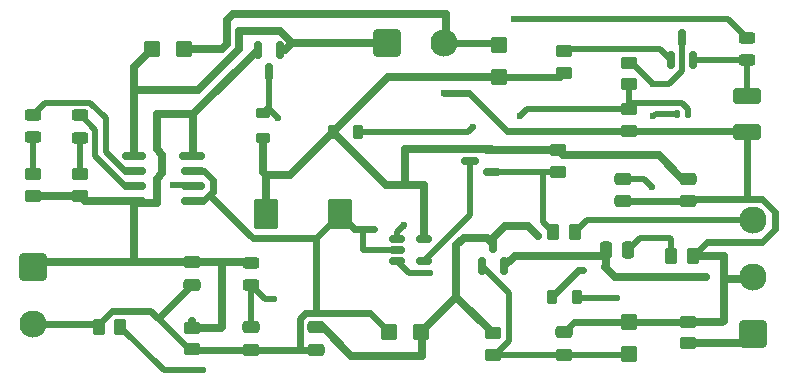
<source format=gbr>
%TF.GenerationSoftware,KiCad,Pcbnew,9.0.2*%
%TF.CreationDate,2025-07-09T13:31:17+03:00*%
%TF.ProjectId,rechargeble_pack,72656368-6172-4676-9562-6c655f706163,rev?*%
%TF.SameCoordinates,Original*%
%TF.FileFunction,Copper,L1,Top*%
%TF.FilePolarity,Positive*%
%FSLAX46Y46*%
G04 Gerber Fmt 4.6, Leading zero omitted, Abs format (unit mm)*
G04 Created by KiCad (PCBNEW 9.0.2) date 2025-07-09 13:31:17*
%MOMM*%
%LPD*%
G01*
G04 APERTURE LIST*
G04 Aperture macros list*
%AMRoundRect*
0 Rectangle with rounded corners*
0 $1 Rounding radius*
0 $2 $3 $4 $5 $6 $7 $8 $9 X,Y pos of 4 corners*
0 Add a 4 corners polygon primitive as box body*
4,1,4,$2,$3,$4,$5,$6,$7,$8,$9,$2,$3,0*
0 Add four circle primitives for the rounded corners*
1,1,$1+$1,$2,$3*
1,1,$1+$1,$4,$5*
1,1,$1+$1,$6,$7*
1,1,$1+$1,$8,$9*
0 Add four rect primitives between the rounded corners*
20,1,$1+$1,$2,$3,$4,$5,0*
20,1,$1+$1,$4,$5,$6,$7,0*
20,1,$1+$1,$6,$7,$8,$9,0*
20,1,$1+$1,$8,$9,$2,$3,0*%
G04 Aperture macros list end*
%TA.AperFunction,SMDPad,CuDef*%
%ADD10RoundRect,0.250000X-0.475000X0.250000X-0.475000X-0.250000X0.475000X-0.250000X0.475000X0.250000X0*%
%TD*%
%TA.AperFunction,ComponentPad*%
%ADD11C,2.300000*%
%TD*%
%TA.AperFunction,ComponentPad*%
%ADD12RoundRect,0.250001X0.899999X-0.899999X0.899999X0.899999X-0.899999X0.899999X-0.899999X-0.899999X0*%
%TD*%
%TA.AperFunction,ComponentPad*%
%ADD13RoundRect,0.250001X-0.899999X-0.899999X0.899999X-0.899999X0.899999X0.899999X-0.899999X0.899999X0*%
%TD*%
%TA.AperFunction,SMDPad,CuDef*%
%ADD14RoundRect,0.250000X-0.457500X-0.445000X0.457500X-0.445000X0.457500X0.445000X-0.457500X0.445000X0*%
%TD*%
%TA.AperFunction,SMDPad,CuDef*%
%ADD15RoundRect,0.140000X-0.140000X-0.170000X0.140000X-0.170000X0.140000X0.170000X-0.140000X0.170000X0*%
%TD*%
%TA.AperFunction,SMDPad,CuDef*%
%ADD16RoundRect,0.250000X-0.945000X0.420000X-0.945000X-0.420000X0.945000X-0.420000X0.945000X0.420000X0*%
%TD*%
%TA.AperFunction,SMDPad,CuDef*%
%ADD17RoundRect,0.250000X-0.450000X0.262500X-0.450000X-0.262500X0.450000X-0.262500X0.450000X0.262500X0*%
%TD*%
%TA.AperFunction,SMDPad,CuDef*%
%ADD18RoundRect,0.150000X0.150000X-0.587500X0.150000X0.587500X-0.150000X0.587500X-0.150000X-0.587500X0*%
%TD*%
%TA.AperFunction,SMDPad,CuDef*%
%ADD19RoundRect,0.250000X-0.262500X-0.450000X0.262500X-0.450000X0.262500X0.450000X-0.262500X0.450000X0*%
%TD*%
%TA.AperFunction,SMDPad,CuDef*%
%ADD20RoundRect,0.218750X-0.218750X-0.381250X0.218750X-0.381250X0.218750X0.381250X-0.218750X0.381250X0*%
%TD*%
%TA.AperFunction,SMDPad,CuDef*%
%ADD21RoundRect,0.250000X0.450000X-0.262500X0.450000X0.262500X-0.450000X0.262500X-0.450000X-0.262500X0*%
%TD*%
%TA.AperFunction,SMDPad,CuDef*%
%ADD22RoundRect,0.250000X0.475000X-0.250000X0.475000X0.250000X-0.475000X0.250000X-0.475000X-0.250000X0*%
%TD*%
%TA.AperFunction,SMDPad,CuDef*%
%ADD23RoundRect,0.243750X-0.456250X0.243750X-0.456250X-0.243750X0.456250X-0.243750X0.456250X0.243750X0*%
%TD*%
%TA.AperFunction,SMDPad,CuDef*%
%ADD24RoundRect,0.250000X-0.250000X-0.475000X0.250000X-0.475000X0.250000X0.475000X-0.250000X0.475000X0*%
%TD*%
%TA.AperFunction,SMDPad,CuDef*%
%ADD25RoundRect,0.150000X0.587500X0.150000X-0.587500X0.150000X-0.587500X-0.150000X0.587500X-0.150000X0*%
%TD*%
%TA.AperFunction,SMDPad,CuDef*%
%ADD26RoundRect,0.218750X-0.381250X0.218750X-0.381250X-0.218750X0.381250X-0.218750X0.381250X0.218750X0*%
%TD*%
%TA.AperFunction,SMDPad,CuDef*%
%ADD27RoundRect,0.243750X0.456250X-0.243750X0.456250X0.243750X-0.456250X0.243750X-0.456250X-0.243750X0*%
%TD*%
%TA.AperFunction,SMDPad,CuDef*%
%ADD28RoundRect,0.150000X-0.150000X0.587500X-0.150000X-0.587500X0.150000X-0.587500X0.150000X0.587500X0*%
%TD*%
%TA.AperFunction,SMDPad,CuDef*%
%ADD29RoundRect,0.250000X0.445000X-0.457500X0.445000X0.457500X-0.445000X0.457500X-0.445000X-0.457500X0*%
%TD*%
%TA.AperFunction,SMDPad,CuDef*%
%ADD30RoundRect,0.250000X0.457500X0.445000X-0.457500X0.445000X-0.457500X-0.445000X0.457500X-0.445000X0*%
%TD*%
%TA.AperFunction,SMDPad,CuDef*%
%ADD31RoundRect,0.150000X-0.512500X-0.150000X0.512500X-0.150000X0.512500X0.150000X-0.512500X0.150000X0*%
%TD*%
%TA.AperFunction,SMDPad,CuDef*%
%ADD32RoundRect,0.250000X-0.785000X-1.045000X0.785000X-1.045000X0.785000X1.045000X-0.785000X1.045000X0*%
%TD*%
%TA.AperFunction,SMDPad,CuDef*%
%ADD33RoundRect,0.218750X0.218750X0.381250X-0.218750X0.381250X-0.218750X-0.381250X0.218750X-0.381250X0*%
%TD*%
%TA.AperFunction,SMDPad,CuDef*%
%ADD34RoundRect,0.150000X0.825000X0.150000X-0.825000X0.150000X-0.825000X-0.150000X0.825000X-0.150000X0*%
%TD*%
%TA.AperFunction,ComponentPad*%
%ADD35RoundRect,0.250001X-0.899999X0.899999X-0.899999X-0.899999X0.899999X-0.899999X0.899999X0.899999X0*%
%TD*%
%TA.AperFunction,SMDPad,CuDef*%
%ADD36RoundRect,0.250000X0.262500X0.450000X-0.262500X0.450000X-0.262500X-0.450000X0.262500X-0.450000X0*%
%TD*%
%TA.AperFunction,ViaPad*%
%ADD37C,0.600000*%
%TD*%
%TA.AperFunction,Conductor*%
%ADD38C,0.700000*%
%TD*%
%TA.AperFunction,Conductor*%
%ADD39C,0.600000*%
%TD*%
%TA.AperFunction,Conductor*%
%ADD40C,0.500000*%
%TD*%
G04 APERTURE END LIST*
D10*
%TO.P,C8,2*%
%TO.N,GND*%
X28500000Y-29450000D03*
%TO.P,C8,1*%
%TO.N,+10V*%
X28500000Y-27550000D03*
%TD*%
D11*
%TO.P,J1,3,Pin_3*%
%TO.N,/OUT_EN*%
X65500000Y-18500000D03*
%TO.P,J1,2,Pin_2*%
%TO.N,GND*%
X65500000Y-23300000D03*
D12*
%TO.P,J1,1,Pin_1*%
%TO.N,+9V*%
X65500000Y-28100000D03*
%TD*%
D13*
%TO.P,J2,1,Pin_1*%
%TO.N,+BATT*%
X34500000Y-3500000D03*
D11*
%TO.P,J2,2,Pin_2*%
%TO.N,GND*%
X39300000Y-3500000D03*
%TD*%
D14*
%TO.P,C13,1*%
%TO.N,+BATT*%
X14647500Y-4000000D03*
%TO.P,C13,2*%
%TO.N,GND*%
X17352500Y-4000000D03*
%TD*%
D15*
%TO.P,C10,1*%
%TO.N,Net-(Q2-C)*%
X59020000Y-9500000D03*
%TO.P,C10,2*%
%TO.N,Net-(U2-FB)*%
X59980000Y-9500000D03*
%TD*%
D16*
%TO.P,C7,1*%
%TO.N,Net-(D1-K)*%
X65000000Y-7960000D03*
%TO.P,C7,2*%
%TO.N,GND*%
X65000000Y-11040000D03*
%TD*%
D17*
%TO.P,R11,1*%
%TO.N,Net-(D3-A)*%
X4500000Y-14587500D03*
%TO.P,R11,2*%
%TO.N,VBUS*%
X4500000Y-16412500D03*
%TD*%
D10*
%TO.P,C9,1*%
%TO.N,Net-(Q2-C)*%
X54500000Y-15000000D03*
%TO.P,C9,2*%
%TO.N,GND*%
X54500000Y-16900000D03*
%TD*%
%TO.P,C11,1*%
%TO.N,VCC*%
X60000000Y-15000000D03*
%TO.P,C11,2*%
%TO.N,GND*%
X60000000Y-16900000D03*
%TD*%
%TO.P,C14,1*%
%TO.N,VBUS*%
X18000000Y-22050000D03*
%TO.P,C14,2*%
%TO.N,GND*%
X18000000Y-23950000D03*
%TD*%
D17*
%TO.P,R1,1*%
%TO.N,+10V*%
X43500000Y-28087500D03*
%TO.P,R1,2*%
%TO.N,Net-(Q6-B)*%
X43500000Y-29912500D03*
%TD*%
D18*
%TO.P,Q6,1,B*%
%TO.N,Net-(Q6-B)*%
X42550000Y-22375000D03*
%TO.P,Q6,2,E*%
%TO.N,+9V*%
X44450000Y-22375000D03*
%TO.P,Q6,3,C*%
%TO.N,+10V*%
X43500000Y-20500000D03*
%TD*%
D19*
%TO.P,R2,1*%
%TO.N,Net-(C4-Pad2)*%
X58587500Y-21500000D03*
%TO.P,R2,2*%
%TO.N,GND*%
X60412500Y-21500000D03*
%TD*%
D17*
%TO.P,R10,1*%
%TO.N,Net-(D4-A)*%
X8500000Y-14587500D03*
%TO.P,R10,2*%
%TO.N,VBUS*%
X8500000Y-16412500D03*
%TD*%
D20*
%TO.P,L1,1,1*%
%TO.N,VCC*%
X29937500Y-11000000D03*
%TO.P,L1,2,2*%
%TO.N,Net-(D1-A)*%
X32062500Y-11000000D03*
%TD*%
D21*
%TO.P,R3,1*%
%TO.N,+9V*%
X60000000Y-28912500D03*
%TO.P,R3,2*%
%TO.N,GND*%
X60000000Y-27087500D03*
%TD*%
D22*
%TO.P,C1,1*%
%TO.N,Net-(Q6-B)*%
X49500000Y-29900000D03*
%TO.P,C1,2*%
%TO.N,GND*%
X49500000Y-28000000D03*
%TD*%
D17*
%TO.P,R9,1*%
%TO.N,VBUS*%
X18000000Y-27587500D03*
%TO.P,R9,2*%
%TO.N,GND*%
X18000000Y-29412500D03*
%TD*%
D23*
%TO.P,D4,1,K*%
%TO.N,Net-(D4-K)*%
X8500000Y-9625000D03*
%TO.P,D4,2,A*%
%TO.N,Net-(D4-A)*%
X8500000Y-11500000D03*
%TD*%
D24*
%TO.P,C4,1*%
%TO.N,+9V*%
X53050000Y-21000000D03*
%TO.P,C4,2*%
%TO.N,Net-(C4-Pad2)*%
X54950000Y-21000000D03*
%TD*%
D25*
%TO.P,Q7,1,B*%
%TO.N,Net-(Q7-B)*%
X43375000Y-14450000D03*
%TO.P,Q7,2,E*%
%TO.N,VCC*%
X43375000Y-12550000D03*
%TO.P,Q7,3,C*%
%TO.N,Net-(Q7-C)*%
X41500000Y-13500000D03*
%TD*%
D26*
%TO.P,L3,1,1*%
%TO.N,Net-(D2-K)*%
X24000000Y-9437500D03*
%TO.P,L3,2,2*%
%TO.N,VCC*%
X24000000Y-11562500D03*
%TD*%
D27*
%TO.P,D2,1,K*%
%TO.N,Net-(D2-K)*%
X23000000Y-24000000D03*
%TO.P,D2,2,A*%
%TO.N,VBUS*%
X23000000Y-22125000D03*
%TD*%
%TO.P,D1,1,K*%
%TO.N,Net-(D1-K)*%
X65000000Y-4937500D03*
%TO.P,D1,2,A*%
%TO.N,Net-(D1-A)*%
X65000000Y-3062500D03*
%TD*%
D28*
%TO.P,Q1,1,D*%
%TO.N,+BATT*%
X25450000Y-4062500D03*
%TO.P,Q1,2,G*%
%TO.N,VBUS*%
X23550000Y-4062500D03*
%TO.P,Q1,3,S*%
%TO.N,Net-(D2-K)*%
X24500000Y-5937500D03*
%TD*%
D29*
%TO.P,C6,1*%
%TO.N,VCC*%
X44000000Y-6352500D03*
%TO.P,C6,2*%
%TO.N,GND*%
X44000000Y-3647500D03*
%TD*%
D30*
%TO.P,C2,1*%
%TO.N,+10V*%
X37352500Y-28000000D03*
%TO.P,C2,2*%
%TO.N,GND*%
X34647500Y-28000000D03*
%TD*%
D19*
%TO.P,R5,1*%
%TO.N,Net-(Q7-B)*%
X48587500Y-19500000D03*
%TO.P,R5,2*%
%TO.N,/OUT_EN*%
X50412500Y-19500000D03*
%TD*%
D17*
%TO.P,R6,1*%
%TO.N,Net-(Q2-B)*%
X49500000Y-4175000D03*
%TO.P,R6,2*%
%TO.N,VCC*%
X49500000Y-6000000D03*
%TD*%
D31*
%TO.P,U2,1,SW*%
%TO.N,Net-(D1-A)*%
X35362500Y-20050000D03*
%TO.P,U2,2,GND*%
%TO.N,GND*%
X35362500Y-21000000D03*
%TO.P,U2,3,FB*%
%TO.N,Net-(U2-FB)*%
X35362500Y-21950000D03*
%TO.P,U2,4,EN*%
%TO.N,Net-(Q7-C)*%
X37637500Y-21950000D03*
%TO.P,U2,5,VIN*%
%TO.N,VCC*%
X37637500Y-20050000D03*
%TD*%
D32*
%TO.P,C5,1*%
%TO.N,VCC*%
X24260000Y-18000000D03*
%TO.P,C5,2*%
%TO.N,GND*%
X30500000Y-18000000D03*
%TD*%
D33*
%TO.P,L2,1,1*%
%TO.N,Net-(Q2-C)*%
X50562500Y-25000000D03*
%TO.P,L2,2,2*%
%TO.N,+10V*%
X48437500Y-25000000D03*
%TD*%
D29*
%TO.P,C3,1*%
%TO.N,Net-(Q6-B)*%
X55000000Y-29852500D03*
%TO.P,C3,2*%
%TO.N,GND*%
X55000000Y-27147500D03*
%TD*%
D17*
%TO.P,R7,1*%
%TO.N,Net-(Q2-C)*%
X55000000Y-5175000D03*
%TO.P,R7,2*%
%TO.N,Net-(U2-FB)*%
X55000000Y-7000000D03*
%TD*%
D34*
%TO.P,U1,1,TEMP*%
%TO.N,GND*%
X18070000Y-16880000D03*
%TO.P,U1,2,PROG*%
%TO.N,Net-(U1-PROG)*%
X18070000Y-15610000D03*
%TO.P,U1,3,GND*%
%TO.N,GND*%
X18070000Y-14340000D03*
%TO.P,U1,4,V_{CC}*%
%TO.N,VBUS*%
X18070000Y-13070000D03*
%TO.P,U1,5,BAT*%
%TO.N,+BATT*%
X13120000Y-13070000D03*
%TO.P,U1,6,~{STDBY}*%
%TO.N,Net-(D3-K)*%
X13120000Y-14340000D03*
%TO.P,U1,7,~{CHRG}*%
%TO.N,Net-(D4-K)*%
X13120000Y-15610000D03*
%TO.P,U1,8,CE*%
%TO.N,VBUS*%
X13120000Y-16880000D03*
%TD*%
D18*
%TO.P,Q2,1,B*%
%TO.N,Net-(Q2-B)*%
X58550000Y-4937500D03*
%TO.P,Q2,2,E*%
%TO.N,Net-(D1-K)*%
X60450000Y-4937500D03*
%TO.P,Q2,3,C*%
%TO.N,Net-(Q2-C)*%
X59500000Y-3062500D03*
%TD*%
D17*
%TO.P,R8,1*%
%TO.N,Net-(U2-FB)*%
X55000000Y-9087500D03*
%TO.P,R8,2*%
%TO.N,GND*%
X55000000Y-10912500D03*
%TD*%
D35*
%TO.P,J3,1,Pin_1*%
%TO.N,VBUS*%
X4500000Y-22500000D03*
D11*
%TO.P,J3,2,Pin_2*%
%TO.N,GND*%
X4500000Y-27300000D03*
%TD*%
D17*
%TO.P,R4,1*%
%TO.N,VCC*%
X49000000Y-12587500D03*
%TO.P,R4,2*%
%TO.N,Net-(Q7-B)*%
X49000000Y-14412500D03*
%TD*%
D10*
%TO.P,C12,1*%
%TO.N,Net-(D2-K)*%
X23000000Y-27550000D03*
%TO.P,C12,2*%
%TO.N,GND*%
X23000000Y-29450000D03*
%TD*%
D36*
%TO.P,Rref1,1*%
%TO.N,Net-(U1-PROG)*%
X11912500Y-27500000D03*
%TO.P,Rref1,2*%
%TO.N,GND*%
X10087500Y-27500000D03*
%TD*%
D23*
%TO.P,D3,1,K*%
%TO.N,Net-(D3-K)*%
X4500000Y-9562500D03*
%TO.P,D3,2,A*%
%TO.N,Net-(D3-A)*%
X4500000Y-11437500D03*
%TD*%
D37*
%TO.N,Net-(U1-PROG)*%
X18912500Y-31208000D03*
X16413000Y-15513200D03*
%TO.N,Net-(D1-A)*%
X41804400Y-10563900D03*
X35987200Y-18889300D03*
X45237500Y-1441000D03*
%TO.N,Net-(D2-K)*%
X25291300Y-9849200D03*
X24963000Y-25168000D03*
%TO.N,Net-(U2-FB)*%
X38112800Y-22966100D03*
X45732800Y-9715000D03*
%TO.N,Net-(Q2-C)*%
X56937500Y-15681600D03*
X57050500Y-9715000D03*
X54012500Y-25060300D03*
X57050500Y-6938700D03*
%TO.N,+9V*%
X61545300Y-23332600D03*
%TO.N,+10V*%
X51087500Y-22740800D03*
X47326800Y-19843900D03*
%TO.N,GND*%
X33387200Y-19217700D03*
X39300000Y-7735000D03*
%TD*%
D38*
%TO.N,GND*%
X63000000Y-23500000D02*
X63000000Y-21500000D01*
D39*
X65300000Y-23500000D02*
X65500000Y-23300000D01*
D38*
X63000000Y-23500000D02*
X65300000Y-23500000D01*
X60000000Y-27087500D02*
X62912500Y-27087500D01*
D39*
X62912500Y-27087500D02*
X63000000Y-27000000D01*
D38*
X63000000Y-27000000D02*
X63000000Y-23500000D01*
X63000000Y-21500000D02*
X60412500Y-21500000D01*
%TO.N,+10V*%
X40382500Y-24970000D02*
X40382500Y-20617500D01*
X40382500Y-20617500D02*
X41000000Y-20000000D01*
X43000000Y-20000000D02*
X43500000Y-20500000D01*
X41000000Y-20000000D02*
X43000000Y-20000000D01*
X43500000Y-20500000D02*
X43500000Y-20000000D01*
X43500000Y-20000000D02*
X44500000Y-19000000D01*
X44500000Y-19000000D02*
X46482900Y-19000000D01*
X46482900Y-19000000D02*
X47326800Y-19843900D01*
X29050000Y-27550000D02*
X31500000Y-30000000D01*
X31500000Y-30000000D02*
X37500000Y-30000000D01*
X37500000Y-30000000D02*
X37500000Y-28147500D01*
X37500000Y-28147500D02*
X37352500Y-28000000D01*
D40*
X28500000Y-27550000D02*
X29050000Y-27550000D01*
%TO.N,Net-(C4-Pad2)*%
X58587500Y-20087500D02*
X58500000Y-20000000D01*
X58587500Y-21500000D02*
X58587500Y-20087500D01*
X58500000Y-20000000D02*
X55950000Y-20000000D01*
X55950000Y-20000000D02*
X54950000Y-21000000D01*
D38*
%TO.N,+9V*%
X61497000Y-23332600D02*
X53832600Y-23332600D01*
X53000000Y-22500000D02*
X53050000Y-22450000D01*
X53832600Y-23332600D02*
X53000000Y-22500000D01*
X53050000Y-22450000D02*
X53050000Y-21000000D01*
X45325000Y-21500000D02*
X52550000Y-21500000D01*
D39*
X52550000Y-21500000D02*
X53050000Y-21000000D01*
D38*
%TO.N,VCC*%
X36000000Y-12500000D02*
X43325000Y-12500000D01*
X43325000Y-12500000D02*
X43375000Y-12550000D01*
X36000000Y-15490400D02*
X36000000Y-12500000D01*
X36000000Y-15490400D02*
X34427900Y-15490400D01*
D40*
X60000000Y-15000000D02*
X59500000Y-15000000D01*
D38*
X59500000Y-15000000D02*
X57500000Y-13000000D01*
X57500000Y-13000000D02*
X49412500Y-13000000D01*
D40*
X49412500Y-13000000D02*
X49000000Y-12587500D01*
D38*
%TO.N,GND*%
X17352500Y-4000000D02*
X20500000Y-4000000D01*
X20950000Y-1550000D02*
X21500000Y-1000000D01*
X20500000Y-4000000D02*
X20950000Y-3550000D01*
X20950000Y-3550000D02*
X20950000Y-1550000D01*
X21500000Y-1000000D02*
X39500000Y-1000000D01*
X39500000Y-3300000D02*
X39300000Y-3500000D01*
X39500000Y-1000000D02*
X39500000Y-3300000D01*
%TO.N,+BATT*%
X13120000Y-7500000D02*
X18500000Y-7500000D01*
X22000000Y-4000000D02*
X22000000Y-2500000D01*
X25449800Y-2500000D02*
X26449800Y-3500000D01*
X18500000Y-7500000D02*
X22000000Y-4000000D01*
X22000000Y-2500000D02*
X25449800Y-2500000D01*
X13120000Y-7500000D02*
X13120000Y-5527500D01*
%TO.N,VBUS*%
X18070000Y-9542500D02*
X18027500Y-9500000D01*
X18027500Y-9500000D02*
X15000000Y-9500000D01*
X15500000Y-14500000D02*
X15000000Y-15000000D01*
X15000000Y-9500000D02*
X15000000Y-12500000D01*
X15000000Y-12500000D02*
X15500000Y-13000000D01*
X15500000Y-13000000D02*
X15500000Y-14500000D01*
X15000000Y-15000000D02*
X15000000Y-17000000D01*
X15000000Y-17000000D02*
X13240000Y-17000000D01*
X13240000Y-17000000D02*
X13120000Y-16880000D01*
X20412500Y-27587500D02*
X20500000Y-27500000D01*
X20500000Y-27500000D02*
X20500000Y-22050000D01*
X18000000Y-27587500D02*
X20412500Y-27587500D01*
X20500000Y-22050000D02*
X18000000Y-22050000D01*
D40*
%TO.N,GND*%
X35362500Y-21000000D02*
X32500000Y-21000000D01*
D39*
X33387200Y-19217700D02*
X32500000Y-19217700D01*
D40*
X32500000Y-21000000D02*
X32500000Y-19217700D01*
D38*
%TO.N,VBUS*%
X18000000Y-22050000D02*
X13120000Y-22050000D01*
X13120000Y-22050000D02*
X13120000Y-16880000D01*
X13120000Y-22050000D02*
X4950000Y-22050000D01*
X22925000Y-22050000D02*
X20500000Y-22050000D01*
D40*
%TO.N,Net-(U1-PROG)*%
X15620500Y-31208000D02*
X18912500Y-31208000D01*
X11912500Y-27500000D02*
X15620500Y-31208000D01*
X17973200Y-15513200D02*
X18070000Y-15610000D01*
X16413000Y-15513200D02*
X17973200Y-15513200D01*
%TO.N,Net-(Q7-C)*%
X41500000Y-18087500D02*
X41500000Y-13500000D01*
X37637500Y-21950000D02*
X41500000Y-18087500D01*
%TO.N,Net-(Q7-B)*%
X47696100Y-14450000D02*
X43375000Y-14450000D01*
X47733600Y-14412500D02*
X47696100Y-14450000D01*
X49000000Y-14412500D02*
X47733600Y-14412500D01*
X47696100Y-18608600D02*
X48587500Y-19500000D01*
X47696100Y-14450000D02*
X47696100Y-18608600D01*
%TO.N,Net-(Q2-B)*%
X49648400Y-4026600D02*
X49500000Y-4175000D01*
X57639100Y-4026600D02*
X49648400Y-4026600D01*
X58550000Y-4937500D02*
X57639100Y-4026600D01*
%TO.N,/OUT_EN*%
X51412500Y-18500000D02*
X50412500Y-19500000D01*
X65500000Y-18500000D02*
X51412500Y-18500000D01*
%TO.N,Net-(D4-A)*%
X8500000Y-11500000D02*
X8500000Y-14587500D01*
%TO.N,Net-(D4-K)*%
X8595500Y-9625000D02*
X8500000Y-9625000D01*
X9821800Y-10851300D02*
X8595500Y-9625000D01*
X9821800Y-13082900D02*
X9821800Y-10851300D01*
X12348900Y-15610000D02*
X9821800Y-13082900D01*
X13120000Y-15610000D02*
X12348900Y-15610000D01*
%TO.N,Net-(D3-K)*%
X5530300Y-8532200D02*
X4500000Y-9562500D01*
X9374600Y-8532200D02*
X5530300Y-8532200D01*
X10692600Y-9850200D02*
X9374600Y-8532200D01*
X10692600Y-12684400D02*
X10692600Y-9850200D01*
X12348200Y-14340000D02*
X10692600Y-12684400D01*
X13120000Y-14340000D02*
X12348200Y-14340000D01*
%TO.N,Net-(D3-A)*%
X4500000Y-11437500D02*
X4500000Y-14587500D01*
%TO.N,Net-(D1-A)*%
X41368300Y-11000000D02*
X41804400Y-10563900D01*
X32062500Y-11000000D02*
X41368300Y-11000000D01*
X35362500Y-19514000D02*
X35362500Y-20050000D01*
X35987200Y-18889300D02*
X35362500Y-19514000D01*
X63378500Y-1441000D02*
X45237500Y-1441000D01*
X65000000Y-3062500D02*
X63378500Y-1441000D01*
X35987200Y-18889300D02*
X35831000Y-19045500D01*
X35831000Y-19045500D02*
X35987200Y-18889300D01*
D38*
%TO.N,VBUS*%
X22888300Y-22125000D02*
X23000000Y-22125000D01*
X18000000Y-27587500D02*
X18000000Y-27013300D01*
X8500000Y-16412500D02*
X4500000Y-16412500D01*
X23000000Y-22125000D02*
X22925000Y-22050000D01*
X8967500Y-16880000D02*
X8500000Y-16412500D01*
X13120000Y-16880000D02*
X8967500Y-16880000D01*
X18070000Y-9542500D02*
X18070000Y-13070000D01*
X23550000Y-4062500D02*
X18070000Y-9542500D01*
X18070000Y-13070000D02*
X17220000Y-13070000D01*
X4950000Y-22050000D02*
X4500000Y-22500000D01*
%TO.N,+BATT*%
X13120000Y-5527500D02*
X14647500Y-4000000D01*
X13120000Y-13070000D02*
X13120000Y-7500000D01*
X34500000Y-3500000D02*
X26449800Y-3500000D01*
X25887300Y-4062500D02*
X26449800Y-3500000D01*
X25450000Y-4062500D02*
X25887300Y-4062500D01*
D40*
%TO.N,Net-(D2-K)*%
X23000000Y-27550000D02*
X23000000Y-24000000D01*
X24168000Y-25168000D02*
X23000000Y-24000000D01*
X24963000Y-25168000D02*
X24168000Y-25168000D01*
X24439800Y-8997700D02*
X25291300Y-9849200D01*
X24000000Y-9437500D02*
X24439800Y-8997700D01*
X24500000Y-8937500D02*
X24500000Y-5937500D01*
X24439800Y-8997700D02*
X24500000Y-8937500D01*
%TO.N,Net-(U2-FB)*%
X59980000Y-9063800D02*
X59980000Y-9500000D01*
X59467200Y-8551000D02*
X59980000Y-9063800D01*
X55000000Y-8551000D02*
X59467200Y-8551000D01*
X55000000Y-8551000D02*
X55000000Y-7000000D01*
X55000000Y-9087500D02*
X55000000Y-8551000D01*
X36378600Y-22966100D02*
X38112800Y-22966100D01*
X35362500Y-21950000D02*
X36378600Y-22966100D01*
X46360300Y-9087500D02*
X55000000Y-9087500D01*
X45732800Y-9715000D02*
X46360300Y-9087500D01*
X45732800Y-9715000D02*
X46360300Y-9087500D01*
X46360300Y-9087500D02*
X45732800Y-9715000D01*
%TO.N,Net-(Q2-C)*%
X56255900Y-15000000D02*
X56937500Y-15681600D01*
X54500000Y-15000000D02*
X56255900Y-15000000D01*
X57265500Y-9500000D02*
X59020000Y-9500000D01*
X57050500Y-9715000D02*
X57265500Y-9500000D01*
X50622800Y-25060300D02*
X54012500Y-25060300D01*
X50562500Y-25000000D02*
X50622800Y-25060300D01*
X58396900Y-6938700D02*
X57050500Y-6938700D01*
X59500000Y-5835600D02*
X58396900Y-6938700D01*
X59500000Y-3062500D02*
X59500000Y-5835600D01*
X55286800Y-5175000D02*
X55000000Y-5175000D01*
X57050500Y-6938700D02*
X55286800Y-5175000D01*
%TO.N,Net-(D1-K)*%
X65000000Y-4937500D02*
X60450000Y-4937500D01*
X65000000Y-7960000D02*
X65000000Y-4937500D01*
D39*
%TO.N,VCC*%
X49147500Y-6352500D02*
X49500000Y-6000000D01*
X44000000Y-6352500D02*
X49147500Y-6352500D01*
D38*
X24260000Y-18000000D02*
X24260000Y-14651200D01*
D39*
X24000000Y-14391200D02*
X24260000Y-14651200D01*
D38*
X24000000Y-11562500D02*
X24000000Y-14391200D01*
X34585000Y-6352500D02*
X44000000Y-6352500D01*
X29937500Y-11000000D02*
X34585000Y-6352500D01*
X48962500Y-12550000D02*
X43375000Y-12550000D01*
D39*
X49000000Y-12587500D02*
X48962500Y-12550000D01*
D38*
X26286300Y-14651200D02*
X29937500Y-11000000D01*
X24260000Y-14651200D02*
X26286300Y-14651200D01*
X37637500Y-20050000D02*
X37637500Y-15490400D01*
D39*
X43290100Y-12465100D02*
X43375000Y-12550000D01*
D38*
X34427900Y-15490400D02*
X29937500Y-11000000D01*
X37637500Y-15490400D02*
X36000000Y-15490400D01*
D39*
%TO.N,+9V*%
X64687500Y-28912500D02*
X65500000Y-28100000D01*
D38*
X60000000Y-28912500D02*
X64687500Y-28912500D01*
X45325000Y-21500000D02*
X44450000Y-22375000D01*
%TO.N,+10V*%
X40382500Y-24970000D02*
X37352500Y-28000000D01*
X40382500Y-24970000D02*
X43500000Y-28087500D01*
D39*
X50696700Y-22740800D02*
X51087500Y-22740800D01*
X48437500Y-25000000D02*
X50696700Y-22740800D01*
X51087500Y-22740800D02*
X50696700Y-22740800D01*
X50696700Y-22740800D02*
X51087500Y-22740800D01*
D40*
%TO.N,Net-(Q6-B)*%
X54952500Y-29900000D02*
X55000000Y-29852500D01*
X49500000Y-29900000D02*
X54952500Y-29900000D01*
X43685500Y-29900000D02*
X43512500Y-29900000D01*
X44820100Y-28765400D02*
X43685500Y-29900000D01*
X44820100Y-24645100D02*
X44820100Y-28765400D01*
X42550000Y-22375000D02*
X44820100Y-24645100D01*
X43500000Y-29912500D02*
X43512500Y-29900000D01*
X43512500Y-29900000D02*
X49500000Y-29900000D01*
D39*
%TO.N,GND*%
X18037500Y-29450000D02*
X18000000Y-29412500D01*
X23000000Y-29450000D02*
X18037500Y-29450000D01*
X10087500Y-27300000D02*
X4500000Y-27300000D01*
X10087500Y-27300000D02*
X10087500Y-27500000D01*
X43852500Y-3500000D02*
X44000000Y-3647500D01*
X39300000Y-3500000D02*
X43852500Y-3500000D01*
X50352500Y-27147500D02*
X55000000Y-27147500D01*
X49500000Y-28000000D02*
X50352500Y-27147500D01*
X54500000Y-16900000D02*
X60000000Y-16900000D01*
X60201700Y-16698300D02*
X65000000Y-16698300D01*
X60000000Y-16900000D02*
X60201700Y-16698300D01*
X65000000Y-16698300D02*
X65000000Y-11040000D01*
X61587300Y-20325200D02*
X60412500Y-21500000D01*
X66237600Y-20325200D02*
X61587300Y-20325200D01*
X67339700Y-19223100D02*
X66237600Y-20325200D01*
X67339700Y-17772600D02*
X67339700Y-19223100D01*
X66265400Y-16698300D02*
X67339700Y-17772600D01*
X65000000Y-16698300D02*
X66265400Y-16698300D01*
X11243800Y-26143700D02*
X10087500Y-27300000D01*
X14479200Y-26143700D02*
X11243800Y-26143700D01*
X15142800Y-26807200D02*
X14479200Y-26143700D01*
X18000000Y-23950000D02*
X15142800Y-26807200D01*
X17748000Y-29412500D02*
X18000000Y-29412500D01*
X15142800Y-26807200D02*
X17748000Y-29412500D01*
X18932600Y-16880000D02*
X19462200Y-16350400D01*
X18070000Y-16880000D02*
X18932600Y-16880000D01*
X31717700Y-19217700D02*
X30500000Y-18000000D01*
X32500000Y-19217700D02*
X31717700Y-19217700D01*
X19000000Y-14340000D02*
X18070000Y-14340000D01*
X19737600Y-15077600D02*
X19000000Y-14340000D01*
X19737600Y-16075000D02*
X19737600Y-15077600D01*
X19462200Y-16350400D02*
X19737600Y-16075000D01*
X28500000Y-29450000D02*
X27113300Y-29450000D01*
X27113300Y-29450000D02*
X23000000Y-29450000D01*
X23120700Y-20008900D02*
X28491100Y-20008900D01*
X19462200Y-16350400D02*
X23120700Y-20008900D01*
X33034300Y-26386800D02*
X28491100Y-26386800D01*
X34647500Y-28000000D02*
X33034300Y-26386800D01*
X28491100Y-20008900D02*
X30500000Y-18000000D01*
X28491100Y-26386800D02*
X28491100Y-20008900D01*
X27113300Y-26869000D02*
X27113300Y-29450000D01*
X27595500Y-26386800D02*
X27113300Y-26869000D01*
X28491100Y-26386800D02*
X27595500Y-26386800D01*
X59940000Y-27147500D02*
X55000000Y-27147500D01*
X60000000Y-27087500D02*
X59940000Y-27147500D01*
X64872500Y-10912500D02*
X55000000Y-10912500D01*
X65000000Y-11040000D02*
X64872500Y-10912500D01*
X41463700Y-7735000D02*
X39387500Y-7735000D01*
X44641200Y-10912500D02*
X41463700Y-7735000D01*
X55000000Y-10912500D02*
X44641200Y-10912500D01*
X39387500Y-7735000D02*
X39300000Y-7735000D01*
%TD*%
M02*

</source>
